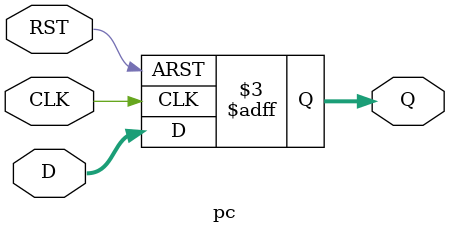
<source format=v>
module pc(CLK, RST, D, Q);
    input CLK, RST;
    input[31:0] D;

    output[31:0] Q;
    reg[31:0]    Q;

    always @ (posedge CLK or posedge RST) begin
        if(RST == 1'b1)
            Q <= 32'h00000000;
        else
            Q <= D;
    end
endmodule
</source>
